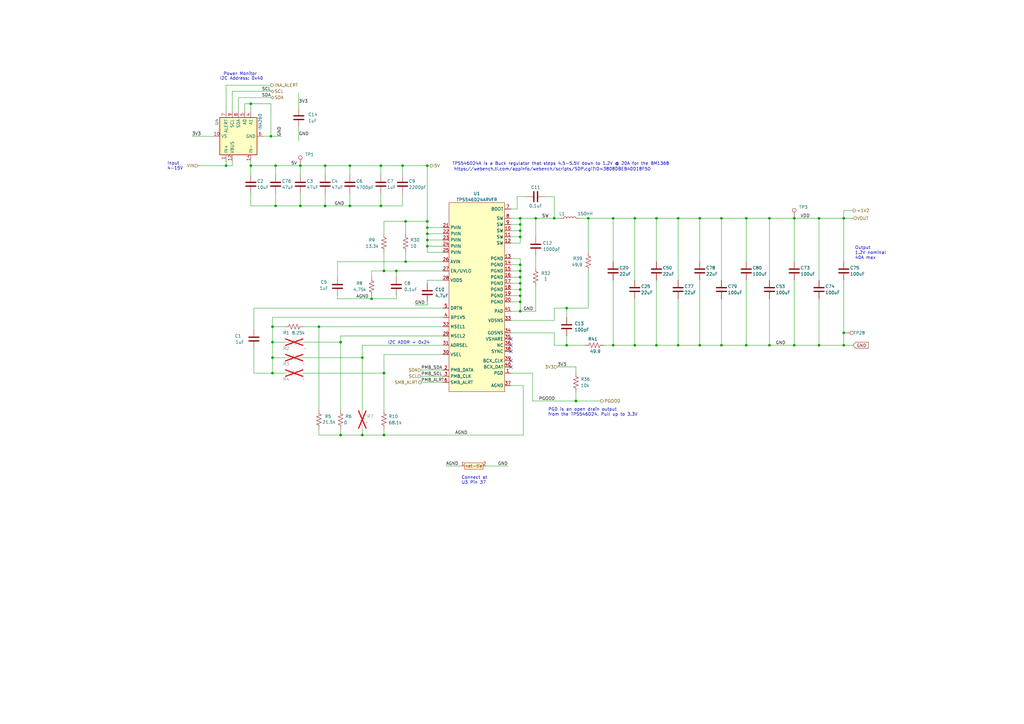
<source format=kicad_sch>
(kicad_sch (version 20231120) (generator "eeschema") (generator_version "8.0")
  (paper "A3")
  (title_block (title "BitForgeNano") (date "2024-06-21") (rev "1.0") (comment 1 "Licensed under CERN-OHL-W version 2"))
  (lib_symbols
    (symbol "BitForgeNano:C" (pin_numbers hide) (pin_names (offset 0.254))
      (property "Reference" "C" (at 0.635 2.54 0))
      (property "Value" "C" (at 0.635 -2.54 0))
      (symbol "C_0_1"
        (polyline (pts (xy -2.032 -0.762) (xy 2.032 -0.762)) (stroke (width 0.508)))
        (polyline (pts (xy -2.032 0.762) (xy 2.032 0.762)) (stroke (width 0.508)))
      )
      (symbol "C_1_1"
        (pin passive line (at 0 3.81 270) (length 2.794) (name "~") (number "1"))
        (pin passive line (at 0 -3.81 90) (length 2.794) (name "~") (number "2"))
      )
    )
    (symbol "BitForgeNano:INA260"
      (property "Reference" "U" (at -6.35 8.89 0))
      (property "Value" "INA260" (at 2.54 8.89 0))
      (symbol "INA260_0_1"
        (rectangle (start -7.62 7.62) (end 7.62 -7.62) (stroke (width 0.254)) (fill (type background)))
      )
      (symbol "INA260_1_1"
        (pin passive line (at -10.16 5.08 0) (length 2.54) (name "IN+") (number "1"))
        (pin power_in line (at 0 10.16 270) (length 2.54) (name "VS") (number "10"))
        (pin passive line (at 0 -10.16 90) (length 2.54) hide (name "GND") (number "11"))
        (pin passive line (at -10.16 2.54 0) (length 2.54) (name "VBUS") (number "12"))
        (pin no_connect line (at 2.54 -7.62 90) (length 2.54) hide (name "NC") (number "13"))
        (pin passive line (at -10.16 -5.08 0) (length 2.54) (name "IN-") (number "14"))
        (pin passive line (at -10.16 -5.08 0) (length 2.54) hide (name "IN-") (number "15"))
        (pin passive line (at -10.16 -5.08 0) (length 2.54) hide (name "IN-") (number "16"))
        (pin passive line (at -10.16 5.08 0) (length 2.54) hide (name "IN+") (number "2"))
        (pin passive line (at -10.16 5.08 0) (length 2.54) hide (name "IN+") (number "3"))
        (pin input line (at 10.16 -5.08 180) (length 2.54) (name "A1") (number "4"))
        (pin input line (at 10.16 -2.54 180) (length 2.54) (name "A0") (number "5"))
        (pin power_in line (at 0 -10.16 90) (length 2.54) (name "GND") (number "6"))
        (pin open_collector line (at 10.16 5.08 180) (length 2.54) (name "ALERT") (number "7"))
        (pin bidirectional line (at 10.16 0 180) (length 2.54) (name "SDA") (number "8"))
        (pin input line (at 10.16 2.54 180) (length 2.54) (name "SCL") (number "9"))
      )
    )
    (symbol "BitForgeNano:RT9080-33GJ5" (pin_names (offset 0.254))
      (property "Reference" "U2" (at 0 8.382 0))
      (property "Value" "RT9080-33GJ5" (at 0 5.842 0))
      (symbol "RT9080-33GJ5_1_1"
        (rectangle (start -6.35 3.81) (end 6.35 -5.08) (stroke (width 0.1524)) (fill (type background)))
        (pin power_in line (at -8.89 1.27 0) (length 2.54) (name "VIN") (number "1"))
        (pin power_in line (at 8.89 -3.81 180) (length 2.54) (name "GND") (number "2"))
        (pin input line (at -8.89 -1.27 0) (length 2.54) (name "EN") (number "3"))
        (pin power_in line (at 8.89 -1.27 180) (length 2.54) (name "NC") (number "4"))
        (pin output line (at 8.89 1.27 180) (length 2.54) (name "VOUT") (number "5"))
      )
    )
    (symbol "BitForgeNano:TestPoint" (pin_numbers hide) (pin_names (offset 0.762) hide)
      (property "Reference" "TP" (at 0 6.858 0))
      (property "Value" "TestPoint" (at 0 5.08 0))
      (symbol "TestPoint_0_1"
        (circle (center 0 3.302) (radius 0.762))
      )
      (symbol "TestPoint_1_1"
        (pin passive line (at 0 0 90) (length 2.54) (name "1") (number "1"))
      )
    )
    (symbol "Connector:TestPoint" (pin_numbers hide) (pin_names (offset 0.762) hide)
      (property "Reference" "TP" (at 0 6.858 0))
      (property "Value" "TestPoint" (at 0 5.08 0))
      (symbol "TestPoint_0_1"
        (circle (center 0 3.302) (radius 0.762))
      )
      (symbol "TestPoint_1_1"
        (pin passive line (at 0 0 90) (length 2.54) (name "1") (number "1"))
      )
    )
    (symbol "Device:C" (pin_numbers hide) (pin_names (offset 0.254))
      (property "Reference" "C" (at 0.635 2.54 0))
      (property "Value" "C" (at 0.635 -2.54 0))
      (symbol "C_0_1"
        (polyline (pts (xy -2.032 -0.762) (xy 2.032 -0.762)) (stroke (width 0.508)))
        (polyline (pts (xy -2.032 0.762) (xy 2.032 0.762)) (stroke (width 0.508)))
      )
      (symbol "C_1_1"
        (pin passive line (at 0 3.81 270) (length 2.794) (name "~") (number "1"))
        (pin passive line (at 0 -3.81 90) (length 2.794) (name "~") (number "2"))
      )
    )
    (symbol "Device:L" (pin_numbers hide) (pin_names (offset 1.016) hide)
      (property "Reference" "L" (at -1.27 0 90))
      (property "Value" "L" (at 1.905 0 90))
      (symbol "L_0_1"
        (arc (start 0 -2.54) (mid 0.6323 -1.905) (end 0 -1.27))
        (arc (start 0 -1.27) (mid 0.6323 -0.635) (end 0 0))
        (arc (start 0 0) (mid 0.6323 0.635) (end 0 1.27))
        (arc (start 0 1.27) (mid 0.6323 1.905) (end 0 2.54))
      )
      (symbol "L_1_1"
        (pin passive line (at 0 3.81 270) (length 1.27) (name "1") (number "1"))
        (pin passive line (at 0 -3.81 90) (length 1.27) (name "2") (number "2"))
      )
    )
    (symbol "Device:R_US" (pin_numbers hide) (pin_names (offset 0))
      (property "Reference" "R" (at 2.54 0 90))
      (property "Value" "R_US" (at -2.54 0 90))
      (symbol "R_US_0_1"
        (polyline (pts (xy 0 -2.286) (xy 0 -2.54)))
        (polyline (pts (xy 0 2.286) (xy 0 2.54)))
        (polyline (pts (xy 0 -0.762) (xy 1.016 -1.143) (xy 0 -1.524) (xy -1.016 -1.905) (xy 0 -2.286)))
        (polyline (pts (xy 0 0.762) (xy 1.016 0.381) (xy 0 0) (xy -1.016 -0.381) (xy 0 -0.762)))
        (polyline (pts (xy 0 2.286) (xy 1.016 1.905) (xy 0 1.524) (xy -1.016 1.143) (xy 0 0.762)))
      )
      (symbol "R_US_1_1"
        (pin passive line (at 0 3.81 270) (length 1.27) (name "~") (number "1"))
        (pin passive line (at 0 -3.81 90) (length 1.27) (name "~") (number "2"))
      )
    )
    (symbol "bitaxe:TPS546D24"
      (property "Reference" "U10" (at 0 45.72 0))
      (property "Value" "TPS546D24ARVFR" (at 0 43.18 0))
      (symbol "TPS546D24_0_1"
        (rectangle (start -11.43 41.91) (end 11.43 -35.56) (stroke (width 0.1524)) (fill (type background)))
      )
      (symbol "TPS546D24_1_1"
        (pin input line (at 13.97 -27.94 180) (length 2.54) (name "PGD") (number "1"))
        (pin power_in line (at 13.97 30.48 180) (length 2.54) (name "SW") (number "10"))
        (pin output line (at 13.97 27.94 180) (length 2.54) (name "SW") (number "11"))
        (pin power_out line (at 13.97 25.4 180) (length 2.54) (name "SW") (number "12"))
        (pin output line (at 13.97 19.05 180) (length 2.54) (name "PGND") (number "13"))
        (pin output line (at 13.97 16.51 180) (length 2.54) (name "PGND") (number "14"))
        (pin input line (at 13.97 13.97 180) (length 2.54) (name "PGND") (number "15"))
        (pin input line (at 13.97 11.43 180) (length 2.54) (name "PGND") (number "16"))
        (pin power_in line (at 13.97 8.89 180) (length 2.54) (name "PGND") (number "17"))
        (pin input line (at 13.97 6.35 180) (length 2.54) (name "PGND") (number "18"))
        (pin input line (at 13.97 3.81 180) (length 2.54) (name "PGND") (number "19"))
        (pin input line (at -13.97 -26.67 0) (length 2.54) (name "PMB_DATA") (number "2"))
        (pin power_in line (at 13.97 1.27 180) (length 2.54) (name "PGND") (number "20"))
        (pin input line (at -13.97 31.75 0) (length 2.54) (name "PVIN") (number "21"))
        (pin input line (at -13.97 29.21 0) (length 2.54) (name "PVIN") (number "22"))
        (pin input line (at -13.97 26.67 0) (length 2.54) (name "PVIN") (number "23"))
        (pin input line (at -13.97 24.13 0) (length 2.54) (name "PVIN") (number "24"))
        (pin input line (at -13.97 21.59 0) (length 2.54) (name "PVIN") (number "25"))
        (pin input line (at -13.97 17.78 0) (length 2.54) (name "AVIN") (number "26"))
        (pin input line (at -13.97 13.97 0) (length 2.54) (name "EN/UVLO") (number "27"))
        (pin output line (at -13.97 10.16 0) (length 2.54) (name "VDD5") (number "28"))
        (pin input line (at -13.97 -12.7 0) (length 2.54) (name "MSEL2") (number "29"))
        (pin input line (at -13.97 -29.21 0) (length 2.54) (name "PMB_CLK") (number "3"))
        (pin input line (at -13.97 -20.32 0) (length 2.54) (name "VSEL") (number "30"))
        (pin input line (at -13.97 -16.51 0) (length 2.54) (name "ADRSEL") (number "31"))
        (pin input line (at -13.97 -8.89 0) (length 2.54) (name "MSEL1") (number "32"))
        (pin output line (at 13.97 -6.35 180) (length 2.54) (name "VOSNS") (number "33"))
        (pin output line (at 13.97 -11.43 180) (length 2.54) (name "GOSNS") (number "34"))
        (pin input line (at 13.97 -13.97 180) (length 2.54) (name "VSHARE") (number "35"))
        (pin input line (at 13.97 -16.51 180) (length 2.54) (name "NC") (number "36"))
        (pin power_in line (at 13.97 -33.02 180) (length 2.54) (name "AGND") (number "37"))
        (pin input line (at 13.97 -19.05 180) (length 2.54) (name "SYNC") (number "38"))
        (pin input line (at 13.97 -22.86 180) (length 2.54) (name "BCX_CLK") (number "39"))
        (pin input line (at -13.97 -5.08 0) (length 2.54) (name "BP1V5") (number "4"))
        (pin input line (at 13.97 -25.4 180) (length 2.54) (name "BCX_DAT") (number "40"))
        (pin power_in line (at 13.97 -2.54 180) (length 2.54) (name "PAD") (number "41"))
        (pin input line (at -13.97 -1.27 0) (length 2.54) (name "DRTN") (number "5"))
        (pin input line (at -13.97 -31.75 0) (length 2.54) (name "SMB_ALRT") (number "6"))
        (pin input line (at 13.97 39.37 180) (length 2.54) (name "BOOT") (number "7"))
        (pin output line (at 13.97 35.56 180) (length 2.54) (name "SW") (number "8"))
        (pin power_in line (at 13.97 33.02 180) (length 2.54) (name "SW") (number "9"))
      )
    )
    (symbol "bitaxe:net-tie"
      (symbol "net-tie_0_1"
        (rectangle (start -3.81 1.27) (end 3.81 -1.27) (stroke (width 0.1524)) (fill (type background)))
      )
      (symbol "net-tie_1_0"
        (pin bidirectional line (at -5.08 0 0) (length 1.27) (name "") (number "1"))
        (pin bidirectional line (at 5.08 0 180) (length 1.27) (name "") (number "2"))
      )
      (symbol "net-tie_1_1"
        (text "net-tie" (at 0 0 0) (effects (font (size 1.27 1.27))))
      )
    )
  )
  (junction (at 335.915 141.605))
  (junction (at 213.36 121.285))
  (junction (at 269.24 141.605))
  (junction (at 157.48 111.125))
  (junction (at 111.76 153.035))
  (junction (at 241.3 89.535))
  (junction (at 143.51 84.455))
  (junction (at 184.785 342.9))
  (junction (at 306.07 89.535))
  (junction (at 157.48 153.035))
  (junction (at 123.19 67.945))
  (junction (at 346.075 141.605))
  (junction (at 213.36 92.075))
  (junction (at 102.87 42.545))
  (junction (at 191.135 330.2))
  (junction (at 133.35 84.455))
  (junction (at 175.26 93.345))
  (junction (at 325.755 89.535))
  (junction (at 148.59 146.685))
  (junction (at 162.56 111.125))
  (junction (at 139.7 178.435))
  (junction (at 92.71 67.945))
  (junction (at 251.46 141.605))
  (junction (at 111.76 146.685))
  (junction (at 213.36 116.205))
  (junction (at 213.36 89.535))
  (junction (at 165.1 67.945))
  (junction (at 113.03 67.945))
  (junction (at 278.13 141.605))
  (junction (at 133.35 67.945))
  (junction (at 152.4 122.555))
  (junction (at 113.03 84.455))
  (junction (at 287.02 89.535))
  (junction (at 213.36 97.155))
  (junction (at 213.36 118.745))
  (junction (at 139.7 140.335))
  (junction (at 213.36 127.635))
  (junction (at 278.13 89.535))
  (junction (at 315.595 89.535))
  (junction (at 175.26 95.885))
  (junction (at 346.075 89.535))
  (junction (at 213.36 111.125))
  (junction (at 166.37 90.805))
  (junction (at 166.37 107.315))
  (junction (at 325.755 141.605))
  (junction (at 175.26 67.945))
  (junction (at 232.41 126.365))
  (junction (at 295.91 89.535))
  (junction (at 161.925 330.2))
  (junction (at 175.26 98.425))
  (junction (at 123.19 84.455))
  (junction (at 148.59 178.435))
  (junction (at 251.46 89.535))
  (junction (at 156.21 67.945))
  (junction (at 232.41 141.605))
  (junction (at 346.075 136.525))
  (junction (at 295.91 141.605))
  (junction (at 157.48 178.435))
  (junction (at 213.36 123.825))
  (junction (at 219.71 89.535))
  (junction (at 213.36 94.615))
  (junction (at 269.24 89.535))
  (junction (at 111.76 140.335))
  (junction (at 315.595 141.605))
  (junction (at 213.36 113.665))
  (junction (at 260.35 89.535))
  (junction (at 175.26 100.965))
  (junction (at 111.125 55.88))
  (junction (at 213.36 108.585))
  (junction (at 227.33 89.535))
  (junction (at 130.81 133.985))
  (junction (at 156.21 84.455))
  (junction (at 175.26 90.805))
  (junction (at 102.87 67.945))
  (junction (at 111.76 133.985))
  (junction (at 287.02 141.605))
  (junction (at 306.07 141.605))
  (junction (at 143.51 67.945))
  (junction (at 335.915 89.535))
  (junction (at 260.35 141.605))
  (junction (at 236.22 164.465))
  (no_connect (at 182.245 332.74))
  (no_connect (at 209.55 147.955))
  (no_connect (at 209.55 141.605))
  (no_connect (at 209.55 139.065))
  (no_connect (at 209.55 144.145))
  (no_connect (at 209.55 150.495))
  (wire (pts (xy 287.02 114.935) (xy 287.02 141.605)))
  (wire (pts (xy 130.81 175.895) (xy 130.81 178.435)))
  (wire (pts (xy 182.245 335.28) (xy 184.785 335.28)))
  (wire (pts (xy 232.41 126.365) (xy 241.3 126.365)))
  (wire (pts (xy 100.33 45.72) (xy 100.33 42.545)))
  (wire (pts (xy 148.59 175.895) (xy 148.59 178.435)))
  (wire (pts (xy 130.81 133.985) (xy 130.81 168.275)))
  (wire (pts (xy 278.13 89.535) (xy 287.02 89.535)))
  (wire (pts (xy 237.49 89.535) (xy 241.3 89.535)))
  (wire (pts (xy 153.035 330.2) (xy 161.925 330.2)))
  (wire (pts (xy 166.37 90.805) (xy 175.26 90.805)))
  (wire (pts (xy 213.36 121.285) (xy 213.36 123.825)))
  (wire (pts (xy 92.71 67.945) (xy 95.25 67.945)))
  (wire (pts (xy 166.37 103.505) (xy 166.37 107.315)))
  (wire (pts (xy 213.36 97.155) (xy 213.36 94.615)))
  (wire (pts (xy 139.7 178.435) (xy 148.59 178.435)))
  (wire (pts (xy 166.37 95.885) (xy 166.37 90.805)))
  (wire (pts (xy 260.35 89.535) (xy 260.35 114.935)))
  (wire (pts (xy 138.43 122.555) (xy 152.4 122.555)))
  (wire (pts (xy 153.035 330.2) (xy 153.035 332.74)))
  (wire (pts (xy 219.71 117.475) (xy 219.71 127.635)))
  (wire (pts (xy 113.03 84.455) (xy 123.19 84.455)))
  (wire (pts (xy 346.075 86.36) (xy 346.075 89.535)))
  (wire (pts (xy 124.46 146.685) (xy 148.59 146.685)))
  (wire (pts (xy 175.26 114.935) (xy 181.61 114.935)))
  (wire (pts (xy 104.14 126.365) (xy 181.61 126.365)))
  (wire (pts (xy 157.48 153.035) (xy 157.48 168.275)))
  (wire (pts (xy 209.55 111.125) (xy 213.36 111.125)))
  (wire (pts (xy 113.03 79.375) (xy 113.03 84.455)))
  (wire (pts (xy 182.88 191.135) (xy 189.23 191.135)))
  (wire (pts (xy 227.33 141.605) (xy 232.41 141.605)))
  (wire (pts (xy 162.56 121.285) (xy 162.56 122.555)))
  (wire (pts (xy 157.48 111.125) (xy 162.56 111.125)))
  (wire (pts (xy 269.24 89.535) (xy 269.24 107.315)))
  (wire (pts (xy 209.55 116.205) (xy 213.36 116.205)))
  (wire (pts (xy 209.55 158.115) (xy 214.63 158.115)))
  (wire (pts (xy 175.26 67.945) (xy 176.53 67.945)))
  (wire (pts (xy 295.91 122.555) (xy 295.91 141.605)))
  (wire (pts (xy 148.59 141.605) (xy 181.61 141.605)))
  (wire (pts (xy 111.76 153.035) (xy 116.84 153.035)))
  (wire (pts (xy 218.44 164.465) (xy 236.22 164.465)))
  (wire (pts (xy 346.075 89.535) (xy 346.075 107.315)))
  (wire (pts (xy 251.46 89.535) (xy 251.46 107.315)))
  (wire (pts (xy 315.595 89.535) (xy 325.755 89.535)))
  (wire (pts (xy 170.18 125.095) (xy 175.26 125.095)))
  (wire (pts (xy 113.03 67.945) (xy 113.03 71.755)))
  (wire (pts (xy 172.72 154.305) (xy 181.61 154.305)))
  (wire (pts (xy 219.71 127.635) (xy 213.36 127.635)))
  (wire (pts (xy 148.59 178.435) (xy 157.48 178.435)))
  (wire (pts (xy 157.48 111.125) (xy 152.4 111.125)))
  (wire (pts (xy 175.26 98.425) (xy 181.61 98.425)))
  (wire (pts (xy 156.21 79.375) (xy 156.21 84.455)))
  (wire (pts (xy 251.46 89.535) (xy 260.35 89.535)))
  (wire (pts (xy 175.26 100.965) (xy 181.61 100.965)))
  (wire (pts (xy 325.755 107.315) (xy 325.755 89.535)))
  (wire (pts (xy 133.35 67.945) (xy 133.35 71.755)))
  (wire (pts (xy 209.55 106.045) (xy 213.36 106.045)))
  (wire (pts (xy 153.035 342.9) (xy 153.035 340.36)))
  (wire (pts (xy 138.43 107.315) (xy 166.37 107.315)))
  (wire (pts (xy 236.22 164.465) (xy 246.38 164.465)))
  (wire (pts (xy 156.21 67.945) (xy 156.21 71.755)))
  (wire (pts (xy 346.075 136.525) (xy 346.075 141.605)))
  (wire (pts (xy 175.26 123.825) (xy 175.26 125.095)))
  (wire (pts (xy 102.87 67.945) (xy 113.03 67.945)))
  (wire (pts (xy 213.36 106.045) (xy 213.36 108.585)))
  (wire (pts (xy 95.25 37.465) (xy 111.125 37.465)))
  (wire (pts (xy 139.7 175.895) (xy 139.7 178.435)))
  (wire (pts (xy 315.595 89.535) (xy 315.595 114.935)))
  (wire (pts (xy 335.915 89.535) (xy 346.075 89.535)))
  (wire (pts (xy 227.33 131.445) (xy 227.33 126.365)))
  (wire (pts (xy 143.51 79.375) (xy 143.51 84.455)))
  (wire (pts (xy 95.25 66.04) (xy 95.25 67.945)))
  (wire (pts (xy 156.21 67.945) (xy 165.1 67.945)))
  (wire (pts (xy 209.55 99.695) (xy 213.36 99.695)))
  (wire (pts (xy 278.13 122.555) (xy 278.13 141.605)))
  (wire (pts (xy 306.07 114.935) (xy 306.07 141.605)))
  (wire (pts (xy 181.61 103.505) (xy 175.26 103.505)))
  (wire (pts (xy 133.35 84.455) (xy 143.51 84.455)))
  (wire (pts (xy 130.81 178.435) (xy 139.7 178.435)))
  (wire (pts (xy 102.87 66.04) (xy 102.87 67.945)))
  (wire (pts (xy 111.76 140.335) (xy 111.76 146.685)))
  (wire (pts (xy 111.76 130.175) (xy 111.76 133.985)))
  (wire (pts (xy 130.81 133.985) (xy 181.61 133.985)))
  (wire (pts (xy 138.43 121.285) (xy 138.43 122.555)))
  (wire (pts (xy 218.44 153.035) (xy 218.44 164.465)))
  (wire (pts (xy 241.3 89.535) (xy 241.3 103.505)))
  (wire (pts (xy 175.26 95.885) (xy 175.26 98.425)))
  (wire (pts (xy 260.35 141.605) (xy 269.24 141.605)))
  (wire (pts (xy 175.26 67.945) (xy 175.26 90.805)))
  (wire (pts (xy 212.09 85.725) (xy 212.09 80.645)))
  (wire (pts (xy 148.59 141.605) (xy 148.59 146.685)))
  (wire (pts (xy 133.35 67.945) (xy 143.51 67.945)))
  (wire (pts (xy 325.755 89.535) (xy 335.915 89.535)))
  (wire (pts (xy 157.48 175.895) (xy 157.48 178.435)))
  (wire (pts (xy 161.925 330.2) (xy 164.465 330.2)))
  (wire (pts (xy 213.36 111.125) (xy 213.36 113.665)))
  (wire (pts (xy 209.55 108.585) (xy 213.36 108.585)))
  (wire (pts (xy 213.36 99.695) (xy 213.36 97.155)))
  (wire (pts (xy 213.36 116.205) (xy 213.36 118.745)))
  (wire (pts (xy 227.33 126.365) (xy 232.41 126.365)))
  (wire (pts (xy 175.26 95.885) (xy 181.61 95.885)))
  (wire (pts (xy 269.24 141.605) (xy 278.13 141.605)))
  (wire (pts (xy 251.46 141.605) (xy 260.35 141.605)))
  (wire (pts (xy 143.51 84.455) (xy 156.21 84.455)))
  (wire (pts (xy 213.36 94.615) (xy 213.36 92.075)))
  (wire (pts (xy 251.46 114.935) (xy 251.46 141.605)))
  (wire (pts (xy 236.22 160.655) (xy 236.22 164.465)))
  (wire (pts (xy 213.36 123.825) (xy 209.55 123.825)))
  (wire (pts (xy 306.07 89.535) (xy 315.595 89.535)))
  (wire (pts (xy 287.02 141.605) (xy 295.91 141.605)))
  (wire (pts (xy 199.39 191.135) (xy 208.28 191.135)))
  (wire (pts (xy 143.51 67.945) (xy 143.51 71.755)))
  (wire (pts (xy 92.71 45.72) (xy 92.71 34.925)))
  (wire (pts (xy 181.61 130.175) (xy 111.76 130.175)))
  (wire (pts (xy 111.76 133.985) (xy 116.84 133.985)))
  (wire (pts (xy 175.26 93.345) (xy 181.61 93.345)))
  (wire (pts (xy 315.595 141.605) (xy 325.755 141.605)))
  (wire (pts (xy 107.95 55.88) (xy 111.125 55.88)))
  (wire (pts (xy 209.55 118.745) (xy 213.36 118.745)))
  (wire (pts (xy 346.075 114.935) (xy 346.075 136.525)))
  (wire (pts (xy 123.19 79.375) (xy 123.19 84.455)))
  (wire (pts (xy 156.21 84.455) (xy 165.1 84.455)))
  (wire (pts (xy 111.76 146.685) (xy 116.84 146.685)))
  (wire (pts (xy 152.4 121.285) (xy 152.4 122.555)))
  (wire (pts (xy 81.28 67.945) (xy 92.71 67.945)))
  (wire (pts (xy 175.26 90.805) (xy 175.26 93.345)))
  (wire (pts (xy 148.59 146.685) (xy 148.59 168.275)))
  (wire (pts (xy 175.26 98.425) (xy 175.26 100.965)))
  (wire (pts (xy 104.14 153.035) (xy 111.76 153.035)))
  (wire (pts (xy 227.33 136.525) (xy 227.33 141.605)))
  (wire (pts (xy 92.71 66.04) (xy 92.71 67.945)))
  (wire (pts (xy 157.48 103.505) (xy 157.48 111.125)))
  (wire (pts (xy 102.87 71.755) (xy 102.87 67.945)))
  (wire (pts (xy 166.37 107.315) (xy 181.61 107.315)))
  (wire (pts (xy 306.07 107.315) (xy 306.07 89.535)))
  (wire (pts (xy 278.13 141.605) (xy 287.02 141.605)))
  (wire (pts (xy 191.135 330.2) (xy 200.025 330.2)))
  (wire (pts (xy 157.48 95.885) (xy 157.48 90.805)))
  (wire (pts (xy 260.35 122.555) (xy 260.35 141.605)))
  (wire (pts (xy 172.72 151.765) (xy 181.61 151.765)))
  (wire (pts (xy 164.465 332.74) (xy 161.925 332.74)))
  (wire (pts (xy 295.91 141.605) (xy 306.07 141.605)))
  (wire (pts (xy 139.7 137.795) (xy 181.61 137.795)))
  (wire (pts (xy 111.125 42.545) (xy 111.125 55.88)))
  (wire (pts (xy 209.55 121.285) (xy 213.36 121.285)))
  (wire (pts (xy 143.51 67.945) (xy 156.21 67.945)))
  (wire (pts (xy 122.555 52.07) (xy 122.555 57.785)))
  (wire (pts (xy 182.245 330.2) (xy 191.135 330.2)))
  (wire (pts (xy 157.48 145.415) (xy 157.48 153.035)))
  (wire (pts (xy 122.555 38.1) (xy 122.555 44.45)))
  (wire (pts (xy 335.915 141.605) (xy 346.075 141.605)))
  (wire (pts (xy 157.48 178.435) (xy 214.63 178.435)))
  (wire (pts (xy 213.36 123.825) (xy 213.36 127.635)))
  (wire (pts (xy 124.46 133.985) (xy 130.81 133.985)))
  (wire (pts (xy 133.35 79.375) (xy 133.35 84.455)))
  (wire (pts (xy 209.55 153.035) (xy 218.44 153.035)))
  (wire (pts (xy 209.55 113.665) (xy 213.36 113.665)))
  (wire (pts (xy 102.87 42.545) (xy 111.125 42.545)))
  (wire (pts (xy 209.55 94.615) (xy 213.36 94.615)))
  (wire (pts (xy 138.43 113.665) (xy 138.43 107.315)))
  (wire (pts (xy 162.56 111.125) (xy 181.61 111.125)))
  (wire (pts (xy 161.925 332.74) (xy 161.925 330.2)))
  (wire (pts (xy 139.7 140.335) (xy 139.7 168.275)))
  (wire (pts (xy 236.22 153.035) (xy 236.22 150.495)))
  (wire (pts (xy 102.87 45.72) (xy 102.87 42.545)))
  (wire (pts (xy 223.52 80.645) (xy 227.33 80.645)))
  (wire (pts (xy 241.3 111.125) (xy 241.3 126.365)))
  (wire (pts (xy 214.63 158.115) (xy 214.63 178.435)))
  (wire (pts (xy 97.79 45.72) (xy 97.79 40.005)))
  (wire (pts (xy 78.74 55.88) (xy 87.63 55.88)))
  (wire (pts (xy 153.035 342.9) (xy 184.785 342.9)))
  (wire (pts (xy 219.71 109.855) (xy 219.71 104.775)))
  (wire (pts (xy 102.87 84.455) (xy 113.03 84.455)))
  (wire (pts (xy 213.36 89.535) (xy 209.55 89.535)))
  (wire (pts (xy 139.7 137.795) (xy 139.7 140.335)))
  (wire (pts (xy 325.755 141.605) (xy 335.915 141.605)))
  (wire (pts (xy 346.075 89.535) (xy 349.885 89.535)))
  (wire (pts (xy 247.65 141.605) (xy 251.46 141.605)))
  (wire (pts (xy 172.72 156.845) (xy 181.61 156.845)))
  (wire (pts (xy 152.4 111.125) (xy 152.4 113.665)))
  (wire (pts (xy 184.785 335.28) (xy 184.785 342.9)))
  (wire (pts (xy 213.36 118.745) (xy 213.36 121.285)))
  (wire (pts (xy 228.6 150.495) (xy 236.22 150.495)))
  (wire (pts (xy 175.26 100.965) (xy 175.26 103.505)))
  (wire (pts (xy 278.13 89.535) (xy 278.13 114.935)))
  (wire (pts (xy 219.71 89.535) (xy 227.33 89.535)))
  (wire (pts (xy 111.76 140.335) (xy 116.84 140.335)))
  (wire (pts (xy 184.785 342.9) (xy 191.135 342.9)))
  (wire (pts (xy 232.41 141.605) (xy 240.03 141.605)))
  (wire (pts (xy 209.55 97.155) (xy 213.36 97.155)))
  (wire (pts (xy 232.41 137.795) (xy 232.41 141.605)))
  (wire (pts (xy 124.46 140.335) (xy 139.7 140.335)))
  (wire (pts (xy 306.07 141.605) (xy 315.595 141.605)))
  (wire (pts (xy 111.76 146.685) (xy 111.76 153.035)))
  (wire (pts (xy 95.25 45.72) (xy 95.25 37.465)))
  (wire (pts (xy 104.14 135.255) (xy 104.14 126.365)))
  (wire (pts (xy 209.55 127.635) (xy 213.36 127.635)))
  (wire (pts (xy 346.075 141.605) (xy 349.885 141.605)))
  (wire (pts (xy 175.26 116.205) (xy 175.26 114.935)))
  (wire (pts (xy 113.03 67.945) (xy 123.19 67.945)))
  (wire (pts (xy 209.55 85.725) (xy 212.09 85.725)))
  (wire (pts (xy 241.3 89.535) (xy 251.46 89.535)))
  (wire (pts (xy 191.135 330.2) (xy 191.135 332.74)))
  (wire (pts (xy 295.91 89.535) (xy 306.07 89.535)))
  (wire (pts (xy 92.71 34.925) (xy 111.125 34.925)))
  (wire (pts (xy 157.48 90.805) (xy 166.37 90.805)))
  (wire (pts (xy 209.55 136.525) (xy 227.33 136.525)))
  (wire (pts (xy 152.4 122.555) (xy 162.56 122.555)))
  (wire (pts (xy 269.24 114.935) (xy 269.24 141.605)))
  (wire (pts (xy 295.91 89.535) (xy 295.91 114.935)))
  (wire (pts (xy 315.595 122.555) (xy 315.595 141.605)))
  (wire (pts (xy 213.36 89.535) (xy 219.71 89.535)))
  (wire (pts (xy 165.1 84.455) (xy 165.1 79.375)))
  (wire (pts (xy 260.35 89.535) (xy 269.24 89.535)))
  (wire (pts (xy 213.36 113.665) (xy 213.36 116.205)))
  (wire (pts (xy 349.885 86.36) (xy 346.075 86.36)))
  (wire (pts (xy 100.33 42.545) (xy 102.87 42.545)))
  (wire (pts (xy 191.135 340.36) (xy 191.135 342.9)))
  (wire (pts (xy 219.71 97.155) (xy 219.71 89.535)))
  (wire (pts (xy 227.33 89.535) (xy 229.87 89.535)))
  (wire (pts (xy 287.02 89.535) (xy 287.02 107.315)))
  (wire (pts (xy 325.755 114.935) (xy 325.755 141.605)))
  (wire (pts (xy 269.24 89.535) (xy 278.13 89.535)))
  (wire (pts (xy 209.55 131.445) (xy 227.33 131.445)))
  (wire (pts (xy 111.76 133.985) (xy 111.76 140.335)))
  (wire (pts (xy 335.915 89.535) (xy 335.915 114.935)))
  (wire (pts (xy 97.79 40.005) (xy 111.125 40.005)))
  (wire (pts (xy 227.33 80.645) (xy 227.33 89.535)))
  (wire (pts (xy 287.02 89.535) (xy 295.91 89.535)))
  (wire (pts (xy 232.41 126.365) (xy 232.41 130.175)))
  (wire (pts (xy 102.87 79.375) (xy 102.87 84.455)))
  (wire (pts (xy 209.55 92.075) (xy 213.36 92.075)))
  (wire (pts (xy 212.09 80.645) (xy 215.9 80.645)))
  (wire (pts (xy 123.19 67.945) (xy 123.19 71.755)))
  (wire (pts (xy 104.14 142.875) (xy 104.14 153.035)))
  (wire (pts (xy 162.56 113.665) (xy 162.56 111.125)))
  (wire (pts (xy 111.125 55.88) (xy 115.57 55.88)))
  (wire (pts (xy 175.26 93.345) (xy 175.26 95.885)))
  (wire (pts (xy 123.19 67.945) (xy 133.35 67.945)))
  (wire (pts (xy 165.1 67.945) (xy 165.1 71.755)))
  (wire (pts (xy 175.26 67.945) (xy 165.1 67.945)))
  (wire (pts (xy 335.915 122.555) (xy 335.915 141.605)))
  (wire (pts (xy 157.48 145.415) (xy 181.61 145.415)))
  (wire (pts (xy 213.36 92.075) (xy 213.36 89.535)))
  (wire (pts (xy 213.36 108.585) (xy 213.36 111.125)))
  (wire (pts (xy 123.19 84.455) (xy 133.35 84.455)))
  (wire (pts (xy 124.46 153.035) (xy 157.48 153.035)))
  (text "3V3 LDO" (at 163.195 346.71 0) (effects (font (size 1.27 1.27)) (justify left bottom)))
  (text "TPS546D24A is a Buck regulator that steps 4.5-5.5V down to 1.2V @ 20A for the BM1368" (at 185.42 67.945 0) (effects (font (size 1.27 1.27)) (justify left bottom)))
  (text "PGD is an open drain output\nfrom the TPS546D24. Pull up to 3.3V" (at 224.79 170.815 0) (effects (font (size 1.27 1.27)) (justify left bottom)))
  (text "Output \n1.2V nominal\n40A max" (at 350.647 106.553 0) (effects (font (size 1.27 1.27)) (justify left bottom)))
  (text "https://webench.ti.com/appinfo/webench/scripts/SDP.cgi?ID=3808DBEB40D18F5D" (at 226.568 69.469 0) (effects (font (size 1.27 1.27))))
  (text "I2C ADDR = 0x24" (at 159.004 141.351 0) (effects (font (size 1.27 1.27)) (justify left bottom)))
  (text "Connect at\nU3 Pin 37" (at 189.23 198.755 0) (effects (font (size 1.27 1.27)) (justify left bottom)))
  (text "600 mA max" (at 201.295 334.01 0) (effects (font (size 1.27 1.27)) (justify left bottom)))
  (text "I2C Address: 0x40" (at 107.95 33.02 0) (effects (font (size 1.27 1.27)) (justify right bottom)))
  (text "Power Monitor" (at 105.41 31.115 0) (effects (font (size 1.27 1.27)) (justify right bottom)))
  (text "Input \n4-15V" (at 68.58 69.85 0) (effects (font (size 1.27 1.27)) (justify left bottom)))
  (label "GND" (at 208.28 191.135 180))
  (label "5V" (at 155.575 330.2 0))
  (label "AGND" (at 182.88 191.135 0))
  (label "SW" (at 222.25 89.535 0))
  (label "PMB_ALRT" (at 172.72 156.845 0))
  (label "PMB_SDA" (at 172.72 151.765 0))
  (label "GND" (at 170.18 125.095 0))
  (label "GND" (at 115.57 55.88 90))
  (label "SCL" (at 111.125 37.465 180))
  (label "AGND" (at 146.05 122.555 0))
  (label "3V3" (at 122.555 42.545 0))
  (label "GND" (at 214.63 127.635 0))
  (label "VDD" (at 328.295 89.535 0))
  (label "PGOOD" (at 220.98 164.465 0))
  (label "5V" (at 119.38 67.945 0))
  (label "GND" (at 122.555 55.88 0))
  (label "GND" (at 137.16 84.455 0))
  (label "AGND" (at 191.77 178.435 180))
  (label "GND" (at 318.135 141.605 0))
  (label "3V3" (at 78.74 55.88 0))
  (label "3V3" (at 228.6 150.495 0))
  (label "SDA" (at 111.125 40.005 180))
  (label "PMB_SCL" (at 172.72 154.305 0))
  (label "3V3" (at 184.785 330.2 0))
  (label "GND" (at 170.815 342.9 0))
  (global_label "GND" (shape input) (at 349.885 141.605 0) (property "Intersheetrefs" "${INTERSHEET_REFS}" (effects (hide yes))))
  (hierarchical_label "SDA" (shape bidirectional) (at 111.125 40.005 0))
  (hierarchical_label "SDA" (shape input) (at 172.72 151.765 180))
  (hierarchical_label "+1V2" (shape output) (at 349.885 86.36 0))
  (hierarchical_label "SMB_ALRT" (shape output) (at 172.72 156.845 180))
  (hierarchical_label "VOUT" (shape input) (at 349.885 89.535 0))
  (hierarchical_label "SCL" (shape input) (at 172.72 154.305 180))
  (hierarchical_label "5V" (shape output) (at 176.53 67.945 0))
  (hierarchical_label "PGOOD" (shape output) (at 246.38 164.465 0))
  (hierarchical_label "INA_ALERT" (shape output) (at 111.125 34.925 0))
  (hierarchical_label "VIN" (shape input) (at 81.28 67.945 180))
  (hierarchical_label "SCL" (shape bidirectional) (at 111.125 37.465 0))
  (hierarchical_label "3V3" (shape output) (at 200.025 330.2 0))
  (hierarchical_label "3V3" (shape input) (at 228.6 150.495 180))
  (symbol (lib_id "BitForgeNano:C") (at 191.135 336.55 0) (unit 1)
    (property "Reference" "C57" (at 192.405 334.645 0) (effects (justify left bottom)))
    (property "Value" "1uF" (at 192.405 339.725 0) (effects (justify left bottom)))
    (property "Footprint" "BitForgeNano:C_0402_1005Metric" (effects (hide yes)))
    (property "Description" "EMK105BJ105MV-F" (effects (hide yes)))
    (property "DK" "587-5514-1-ND" (effects (hide yes)))
    (property "PARTNO" "EMK105BJ105MV-F" (effects (hide yes)))
  )
  (symbol (lib_id "BitForgeNano:TestPoint") (at 325.755 89.535 0) (unit 1)
    (property "Reference" "TP3" (at 327.66 84.9629 0) (effects (justify left)))
    (property "Value" "TestPoint" (effects (hide yes)))
    (property "Footprint" "BitForgeNano:TestPoint_Pad_D1.0mm" (effects (hide yes)))
    (property "Description" "test point" (effects (hide yes)))
  )
  (symbol (lib_id "BitForgeNano:C") (at 153.035 336.55 0) (unit 1)
    (property "Reference" "C56" (at 154.305 334.645 0) (effects (justify left bottom)))
    (property "Value" "1uF" (at 154.305 339.725 0) (effects (justify left bottom)))
    (property "Footprint" "BitForgeNano:C_0402_1005Metric" (effects (hide yes)))
    (property "Description" "EMK105BJ105MV-F" (effects (hide yes)))
    (property "DK" "587-5514-1-ND" (effects (hide yes)))
    (property "PARTNO" "EMK105BJ105MV-F" (effects (hide yes)))
  )
  (symbol (lib_id "Device:R_US") (at 157.48 172.085 0) (unit 1)
    (property "Reference" "R10" (at 159.385 170.815 0) (effects (justify left)))
    (property "Value" "68.1k" (at 159.385 173.355 0) (effects (justify left)))
    (property "Footprint" "Resistor_SMD:R_0402_1005Metric" (effects (hide yes)))
    (property "DK" "YAG3213CT-ND" (effects (hide yes)))
    (property "PARTNO" "RC0402FR-0768K1L" (effects (hide yes)))
  )
  (symbol (lib_id "Device:C") (at 260.35 118.745 0) (unit 1)
    (property "Reference" "C25" (at 262.89 117.475 0) (effects (justify left)))
    (property "Value" "22uF" (at 262.89 120.015 0) (effects (justify left)))
    (property "Footprint" "Capacitor_SMD:C_0805_2012Metric" (effects (hide yes)))
    (property "DK" "490-10746-1-ND" (effects (hide yes)))
    (property "PARTNO" "GRM21BR61A226ME44L" (effects (hide yes)))
  )
  (symbol (lib_id "Device:C") (at 219.71 100.965 180) (unit 1)
    (property "Reference" "C12" (at 224.536 99.695 0))
    (property "Value" "1000pF" (at 226.314 102.235 0))
    (property "Footprint" "Capacitor_SMD:C_0805_2012Metric" (effects (hide yes)))
    (property "DK" "311-1127-1-ND" (effects (hide yes)))
    (property "PARTNO" "CC0805KRX7R9BB102" (effects (hide yes)))
  )
  (symbol (lib_id "Device:R_US") (at 152.4 117.475 0) (unit 1)
    (property "Reference" "R8" (at 146.05 116.205 0) (effects (justify left)))
    (property "Value" "4.75k" (at 144.78 118.745 0) (effects (justify left)))
    (property "Footprint" "Resistor_SMD:R_0402_1005Metric" (effects (hide yes)))
    (property "DK" "541-4.75KLCT-ND" (effects (hide yes)))
    (property "PARTNO" "CRCW04024K75FKED" (effects (hide yes)))
  )
  (symbol (lib_id "Device:R_US") (at 120.65 146.685 90) (unit 1) (in_bom no) (dnp yes)
    (property "Reference" "R3" (at 118.745 149.225 90) (effects (justify left)))
    (property "Value" "~" (at 125.095 149.225 90) (effects (justify left)))
    (property "Footprint" "Resistor_SMD:R_0402_1005Metric" (effects (hide yes)))
  )
  (symbol (lib_id "Device:C") (at 143.51 75.565 0) (unit 1)
    (property "Reference" "C6" (at 146.05 74.295 0) (effects (justify left)))
    (property "Value" "4700pF" (at 146.05 76.835 0) (effects (justify left)))
    (property "Footprint" "Capacitor_SMD:C_0402_1005Metric" (effects (hide yes)))
    (property "DK" "490-1309-1-ND" (effects (hide yes)))
    (property "PARTNO" "GRM155R71E472KA01D" (effects (hide yes)))
  )
  (symbol (lib_id "Device:R_US") (at 139.7 172.085 0) (unit 1)
    (property "Reference" "R6" (at 141.605 170.815 0) (effects (justify left)))
    (property "Value" "0" (at 140.97 173.355 0) (effects (justify left)))
    (property "Footprint" "Resistor_SMD:R_0402_1005Metric" (effects (hide yes)))
    (property "DK" "311-0.0JRCT-ND" (effects (hide yes)))
    (property "PARTNO" "RC0402JR-070RL" (effects (hide yes)))
  )
  (symbol (lib_id "bitaxe:net-tie") (at 194.31 191.135 0) (unit 1) (in_bom no)
    (property "Reference" "T1" (effects (hide yes)))
    (property "Value" "net-tie" (effects (hide yes)))
    (property "Footprint" "bitaxe:NetTie-0.25mm" (effects (hide yes)))
  )
  (symbol (lib_id "Device:R_US") (at 157.48 99.695 0) (unit 1)
    (property "Reference" "R9" (at 151.13 98.425 0) (effects (justify left)))
    (property "Value" "13.3k" (at 149.86 100.965 0) (effects (justify left)))
    (property "Footprint" "Resistor_SMD:R_0402_1005Metric" (effects (hide yes)))
    (property "DK" "541-13.3KLCT-ND" (effects (hide yes)))
    (property "PARTNO" "CRCW040213K3FKED" (effects (hide yes)))
  )
  (symbol (lib_id "Device:C") (at 251.46 111.125 0) (unit 1)
    (property "Reference" "C20" (at 254 109.855 0) (effects (justify left)))
    (property "Value" "22uF" (at 254 112.395 0) (effects (justify left)))
    (property "Footprint" "Capacitor_SMD:C_0805_2012Metric" (effects (hide yes)))
    (property "DK" "490-10746-1-ND" (effects (hide yes)))
    (property "PARTNO" "GRM21BR61A226ME44L" (effects (hide yes)))
  )
  (symbol (lib_id "Device:C") (at 165.1 75.565 0) (unit 1)
    (property "Reference" "C9" (at 167.64 74.295 0) (effects (justify left)))
    (property "Value" "2200pF" (at 167.64 76.835 0) (effects (justify left)))
    (property "Footprint" "Capacitor_SMD:C_0402_1005Metric" (effects (hide yes)))
    (property "DK" "490-8257-1-ND" (effects (hide yes)))
    (property "PARTNO" "GRM155R61H222KA01D" (effects (hide yes)))
  )
  (symbol (lib_id "Device:C") (at 335.915 118.745 0) (unit 1)
    (property "Reference" "C74" (at 338.455 117.475 0) (effects (justify left)))
    (property "Value" "100uF" (at 338.455 120.015 0) (effects (justify left)))
    (property "Footprint" "Capacitor_SMD:C_1206_3216Metric" (effects (hide yes)))
    (property "DK" "1276-1782-2-ND" (effects (hide yes)))
    (property "PARTNO" "CL31A107MQHNNNE" (effects (hide yes)))
  )
  (symbol (lib_id "BitForgeNano:INA260") (at 97.79 55.88 90) (unit 1)
    (property "Reference" "U4" (at 88.9 51.435 0) (effects (justify left)))
    (property "Value" "INA260" (at 106.68 53.34 0) (effects (justify left)))
    (property "Footprint" "BitForgeNano:TSSOP-16_4.4x5mm_P0.65mm" (effects (hide yes)))
    (property "Datasheet" "http://www.ti.com/lit/ds/symlink/ina260.pdf" (effects (hide yes)))
    (property "PARTNO" "INA260AIPW" (effects (hide yes)))
    (property "DK" "296-45218-5-ND" (effects (hide yes)))
  )
  (symbol (lib_id "Device:C") (at 278.13 118.745 0) (unit 1)
    (property "Reference" "C77" (at 280.67 117.475 0) (effects (justify left)))
    (property "Value" "22uF" (at 280.67 120.015 0) (effects (justify left)))
    (property "Footprint" "Capacitor_SMD:C_0805_2012Metric" (effects (hide yes)))
    (property "DK" "490-10746-1-ND" (effects (hide yes)))
    (property "PARTNO" "GRM21BR61A226ME44L" (effects (hide yes)))
  )
  (symbol (lib_id "Device:C") (at 295.91 118.745 0) (unit 1)
    (property "Reference" "C79" (at 298.45 117.475 0) (effects (justify left)))
    (property "Value" "100uF" (at 298.45 120.015 0) (effects (justify left)))
    (property "Footprint" "Capacitor_SMD:C_1206_3216Metric" (effects (hide yes)))
    (property "DK" "1276-1782-2-ND" (effects (hide yes)))
    (property "PARTNO" "CL31A107MQHNNNE" (effects (hide yes)))
  )
  (symbol (lib_id "Device:C") (at 104.14 139.065 0) (unit 1)
    (property "Reference" "C1" (at 96.266 137.795 0) (effects (justify left)))
    (property "Value" "1uF" (at 96.52 140.335 0) (effects (justify left)))
    (property "Footprint" "Capacitor_SMD:C_0402_1005Metric" (effects (hide yes)))
    (property "DK" "587-5514-1-ND" (effects (hide yes)))
    (property "PARTNO" "EMK105BJ105MV-F" (effects (hide yes)))
  )
  (symbol (lib_id "Device:L") (at 233.68 89.535 90) (unit 1)
    (property "Reference" "L1" (at 230.505 87.63 90))
    (property "Value" "150nH" (at 240.03 87.63 90))
    (property "Footprint" "BitForgeNano:FP1007R3-R15-R" (effects (hide yes)))
    (property "PARTNO" "FP1007R3-R15-R" (effects (hide yes)))
    (property "DK" "283-FP1007R3-R15-RCT-ND" (effects (hide yes)))
  )
  (symbol (lib_id "Device:R_US") (at 243.84 141.605 90) (unit 1)
    (property "Reference" "R41" (at 245.11 139.065 90) (effects (justify left)))
    (property "Value" "49.9" (at 246.38 144.145 90) (effects (justify left)))
    (property "Footprint" "Resistor_SMD:R_0402_1005Metric" (effects (hide yes)))
    (property "DK" "311-49.9LRCT-ND" (effects (hide yes)))
    (property "PARTNO" "RC0402FR-0749R9L" (effects (hide yes)))
  )
  (symbol (lib_id "BitForgeNano:TestPoint") (at 191.135 330.2 0) (unit 1)
    (property "Reference" "TP4" (at 193.04 325.6279 0) (effects (justify left)))
    (property "Value" "TestPoint" (effects (hide yes)))
    (property "Footprint" "BitForgeNano:TestPoint_Pad_D1.0mm" (effects (hide yes)))
    (property "Description" "test point" (effects (hide yes)))
  )
  (symbol (lib_id "Device:C") (at 325.755 111.125 0) (unit 1)
    (property "Reference" "C73" (at 328.295 109.855 0) (effects (justify left)))
    (property "Value" "100uF" (at 328.295 112.395 0) (effects (justify left)))
    (property "Footprint" "Capacitor_SMD:C_1206_3216Metric" (effects (hide yes)))
    (property "DK" "1276-1782-2-ND" (effects (hide yes)))
    (property "PARTNO" "CL31A107MQHNNNE" (effects (hide yes)))
  )
  (symbol (lib_id "Device:C") (at 346.075 111.125 0) (unit 1)
    (property "Reference" "C75" (at 348.615 109.855 0) (effects (justify left)))
    (property "Value" "100uF" (at 348.615 112.395 0) (effects (justify left)))
    (property "Footprint" "Capacitor_SMD:C_1206_3216Metric" (effects (hide yes)))
    (property "DK" "1276-1782-2-ND" (effects (hide yes)))
    (property "PARTNO" "CL31A107MQHNNNE" (effects (hide yes)))
  )
  (symbol (lib_id "Device:C") (at 138.43 117.475 180) (unit 1)
    (property "Reference" "C5" (at 132.842 115.697 0))
    (property "Value" "1uF" (at 132.842 118.237 0))
    (property "Footprint" "Capacitor_SMD:C_0402_1005Metric" (effects (hide yes)))
    (property "DK" "587-5514-1-ND" (effects (hide yes)))
    (property "PARTNO" "EMK105BJ105MV-F" (effects (hide yes)))
  )
  (symbol (lib_id "BitForgeNano:TestPoint") (at 123.19 67.945 0) (unit 1)
    (property "Reference" "TP1" (at 125.095 63.3729 0) (effects (justify left)))
    (property "Value" "TestPoint" (effects (hide yes)))
    (property "Footprint" "BitForgeNano:TestPoint_Pad_D1.0mm" (effects (hide yes)))
    (property "Description" "test point" (effects (hide yes)))
  )
  (symbol (lib_id "Device:C") (at 306.07 111.125 0) (unit 1)
    (property "Reference" "C80" (at 308.61 109.855 0) (effects (justify left)))
    (property "Value" "100uF" (at 308.61 112.395 0) (effects (justify left)))
    (property "Footprint" "Capacitor_SMD:C_1206_3216Metric" (effects (hide yes)))
    (property "DK" "1276-1782-2-ND" (effects (hide yes)))
    (property "PARTNO" "CL31A107MQHNNNE" (effects (hide yes)))
  )
  (symbol (lib_id "bitaxe:TPS546D24") (at 195.58 125.095 0) (unit 1)
    (property "Reference" "U1" (at 195.58 79.375 0))
    (property "Value" "TPS546D24ARVFR" (at 195.58 81.915 0))
    (property "Footprint" "bitaxe:LQFN40-CLIP" (effects (hide yes)))
    (property "Datasheet" "https://www.ti.com/lit/ds/symlink/tps546d24a.pdf" (effects (hide yes)))
    (property "DK" "296-TPS546D24ARVFRCT-ND" (effects (hide yes)))
    (property "PARTNO" "TPS546D24ARVFR" (effects (hide yes)))
  )
  (symbol (lib_id "Device:C") (at 113.03 75.565 0) (unit 1)
    (property "Reference" "C76" (at 115.57 74.295 0) (effects (justify left)))
    (property "Value" "47uF" (at 115.57 76.835 0) (effects (justify left)))
    (property "Footprint" "Capacitor_SMD:C_1210_3225Metric" (effects (hide yes)))
    (property "DK" "1276-3376-1-ND" (effects (hide yes)))
    (property "PARTNO" "CL32A476KOJNNNE" (effects (hide yes)))
  )
  (symbol (lib_id "Device:R_US") (at 236.22 156.845 180) (unit 1)
    (property "Reference" "R36" (at 238.125 155.575 0) (effects (justify right)))
    (property "Value" "10k" (at 238.125 158.115 0) (effects (justify right)))
    (property "Footprint" "Resistor_SMD:R_0402_1005Metric" (effects (hide yes)))
    (property "DK" "311-10KJRCT-ND" (effects (hide yes)))
    (property "PARTNO" "RC0402JR-0710KL" (effects (hide yes)))
  )
  (symbol (lib_id "Device:C") (at 102.87 75.565 0) (unit 1)
    (property "Reference" "C2" (at 105.41 74.295 0) (effects (justify left)))
    (property "Value" "10uF" (at 105.41 76.835 0) (effects (justify left)))
    (property "Footprint" "Capacitor_SMD:C_0805_2012Metric" (effects (hide yes)))
    (property "DK" "1276-1096-1-ND" (effects (hide yes)))
    (property "PARTNO" "CL21A106KOQNNNE" (effects (hide yes)))
  )
  (symbol (lib_id "Device:R_US") (at 166.37 99.695 0) (unit 1)
    (property "Reference" "R30" (at 168.275 98.425 0) (effects (justify left)))
    (property "Value" "10" (at 168.275 100.965 0) (effects (justify left)))
    (property "Footprint" "Resistor_SMD:R_0402_1005Metric" (effects (hide yes)))
    (property "DK" "311-10.0LRCT-ND" (effects (hide yes)))
    (property "PARTNO" "RC0402FR-0710RL" (effects (hide yes)))
  )
  (symbol (lib_id "Device:R_US") (at 241.3 107.315 0) (unit 1)
    (property "Reference" "R39" (at 234.95 106.045 0) (effects (justify left)))
    (property "Value" "49.9" (at 234.442 108.585 0) (effects (justify left)))
    (property "Footprint" "Resistor_SMD:R_0402_1005Metric" (effects (hide yes)))
    (property "DK" "311-49.9LRCT-ND" (effects (hide yes)))
    (property "PARTNO" "RC0402FR-0749R9L" (effects (hide yes)))
  )
  (symbol (lib_id "Device:R_US") (at 148.59 172.085 0) (unit 1) (in_bom no) (dnp yes)
    (property "Reference" "R7" (at 150.495 170.815 0) (effects (justify left)))
    (property "Value" "~" (at 149.86 173.355 0) (effects (justify left)))
    (property "Footprint" "Resistor_SMD:R_0402_1005Metric" (effects (hide yes)))
  )
  (symbol (lib_id "Device:C") (at 287.02 111.125 0) (unit 1)
    (property "Reference" "C78" (at 289.56 109.855 0) (effects (justify left)))
    (property "Value" "22uF" (at 289.56 112.395 0) (effects (justify left)))
    (property "Footprint" "Capacitor_SMD:C_0805_2012Metric" (effects (hide yes)))
    (property "DK" "490-10746-1-ND" (effects (hide yes)))
    (property "PARTNO" "GRM21BR61A226ME44L" (effects (hide yes)))
  )
  (symbol (lib_id "Device:C") (at 123.19 75.565 0) (unit 1)
    (property "Reference" "C3" (at 125.73 74.295 0) (effects (justify left)))
    (property "Value" "47uF" (at 125.73 76.835 0) (effects (justify left)))
    (property "Footprint" "Capacitor_SMD:C_1210_3225Metric" (effects (hide yes)))
    (property "DK" "1276-3376-1-ND" (effects (hide yes)))
    (property "PARTNO" "CL32A476KOJNNNE" (effects (hide yes)))
  )
  (symbol (lib_id "Device:R_US") (at 120.65 133.985 90) (unit 1)
    (property "Reference" "R1" (at 118.745 136.525 90) (effects (justify left)))
    (property "Value" "8.25k" (at 125.095 136.525 90) (effects (justify left)))
    (property "Footprint" "Resistor_SMD:R_0402_1005Metric" (effects (hide yes)))
    (property "DK" "541-14.7KLCT-ND" (effects (hide yes)))
    (property "PARTNO" "CRCW040214K7FKED" (effects (hide yes)))
  )
  (symbol (lib_id "Device:R_US") (at 120.65 140.335 90) (unit 1) (in_bom no) (dnp yes)
    (property "Reference" "R2" (at 118.745 142.875 90) (effects (justify left)))
    (property "Value" "~" (at 125.73 142.875 90) (effects (justify left)))
    (property "Footprint" "Resistor_SMD:R_0402_1005Metric" (effects (hide yes)))
  )
  (symbol (lib_id "Device:C") (at 315.595 118.745 0) (unit 1)
    (property "Reference" "C53" (at 318.135 117.475 0) (effects (justify left)))
    (property "Value" "100uF" (at 318.135 120.015 0) (effects (justify left)))
    (property "Footprint" "Capacitor_SMD:C_1206_3216Metric" (effects (hide yes)))
    (property "DK" "1276-1782-2-ND" (effects (hide yes)))
    (property "PARTNO" "CL31A107MQHNNNE" (effects (hide yes)))
  )
  (symbol (lib_id "Device:C") (at 175.26 120.015 0) (unit 1)
    (property "Reference" "C10" (at 178.435 118.745 0) (effects (justify left)))
    (property "Value" "4.7uF" (at 178.435 121.285 0) (effects (justify left)))
    (property "Footprint" "Capacitor_SMD:C_0402_1005Metric" (effects (hide yes)))
    (property "DK" "490-14306-1-ND" (effects (hide yes)))
    (property "PARTNO" "GRM155R61A475MEAAD" (effects (hide yes)))
  )
  (symbol (lib_id "Device:R_US") (at 130.81 172.085 180) (unit 1)
    (property "Reference" "R5" (at 135.89 170.815 0) (effects (justify left)))
    (property "Value" "21.5k" (at 137.668 173.101 0) (effects (justify left)))
    (property "Footprint" "Resistor_SMD:R_0402_1005Metric" (effects (hide yes)))
    (property "DK" "541-21.5KLCT-ND" (effects (hide yes)))
    (property "PARTNO" "CRCW040221K5FKED" (effects (hide yes)))
  )
  (symbol (lib_id "Connector:TestPoint") (at 346.075 136.525 270) (mirror x) (unit 1) (in_bom no)
    (property "Reference" "TP28" (at 352.425 136.525 90))
    (property "Value" "TestPoint" (effects (hide yes)))
    (property "Footprint" "TestPoint:TestPoint_Pad_D1.5mm" (effects (hide yes)))
  )
  (symbol (lib_id "Device:C") (at 219.71 80.645 90) (unit 1)
    (property "Reference" "C11" (at 219.71 76.835 90))
    (property "Value" "0.1uF" (at 219.71 84.455 90))
    (property "Footprint" "Capacitor_SMD:C_0402_1005Metric" (effects (hide yes)))
    (property "DK" "1276-1234-1-ND" (effects (hide yes)))
    (property "PARTNO" "CL05A104KO5NNNC" (effects (hide yes)))
  )
  (symbol (lib_id "Device:C") (at 269.24 111.125 0) (unit 1)
    (property "Reference" "C50" (at 271.78 109.855 0) (effects (justify left)))
    (property "Value" "22uF" (at 271.78 112.395 0) (effects (justify left)))
    (property "Footprint" "Capacitor_SMD:C_0805_2012Metric" (effects (hide yes)))
    (property "DK" "490-10746-1-ND" (effects (hide yes)))
    (property "PARTNO" "GRM21BR61A226ME44L" (effects (hide yes)))
  )
  (symbol (lib_id "Device:R_US") (at 120.65 153.035 90) (unit 1) (in_bom no) (dnp yes)
    (property "Reference" "R4" (at 118.745 155.575 90) (effects (justify left)))
    (property "Value" "~" (at 125.095 155.575 90) (effects (justify left)))
    (property "Footprint" "Resistor_SMD:R_0402_1005Metric" (effects (hide yes)))
  )
  (symbol (lib_id "BitForgeNano:RT9080-33GJ5") (at 173.355 331.47 0) (unit 1)
    (property "Reference" "U10" (at 173.355 323.088 0))
    (property "Value" "RT9080-33GJ5" (at 173.355 325.628 0))
    (property "Footprint" "BitForgeNano:RT9080-33GJ5" (effects (hide yes)))
    (property "Datasheet" "https://www.richtek.com/assets/product_file/RT9080/DS9080-05.pdf" (effects (hide yes)))
    (property "Description" "RT9080-33GJ5" (effects (hide yes)))
    (property "DK" "1028-1509-1-ND" (effects (hide yes)))
    (property "PARTNO" "RT9080-33GJ5" (effects (hide yes)))
  )
  (symbol (lib_id "Device:C") (at 133.35 75.565 0) (unit 1)
    (property "Reference" "C4" (at 135.89 74.295 0) (effects (justify left)))
    (property "Value" "47uF" (at 135.89 76.835 0) (effects (justify left)))
    (property "Footprint" "Capacitor_SMD:C_1210_3225Metric" (effects (hide yes)))
    (property "DK" "1276-3376-1-ND" (effects (hide yes)))
    (property "PARTNO" "CL32A476KOJNNNE" (effects (hide yes)))
  )
  (symbol (lib_id "Device:C") (at 156.21 75.565 0) (unit 1)
    (property "Reference" "C7" (at 158.75 74.295 0) (effects (justify left)))
    (property "Value" "1uF" (at 158.75 76.835 0) (effects (justify left)))
    (property "Footprint" "Capacitor_SMD:C_0402_1005Metric" (effects (hide yes)))
    (property "DK" "587-5514-1-ND" (effects (hide yes)))
    (property "PARTNO" "EMK105BJ105MV-F" (effects (hide yes)))
  )
  (symbol (lib_id "BitForgeNano:C") (at 122.555 48.26 0) (unit 1)
    (property "Reference" "C14" (at 126.365 46.9899 0) (effects (justify left)))
    (property "Value" "1uF" (at 126.365 49.5299 0) (effects (justify left)))
    (property "Footprint" "BitForgeNano:C_0402_1005Metric" (effects (hide yes)))
    (property "DK" "587-5514-1-ND" (effects (hide yes)))
    (property "PARTNO" "EMK105BJ105MV-F" (effects (hide yes)))
  )
  (symbol (lib_id "Device:C") (at 232.41 133.985 0) (unit 1)
    (property "Reference" "C13" (at 235.585 132.715 0) (effects (justify left)))
    (property "Value" "100pF" (at 235.585 135.255 0) (effects (justify left)))
    (property "Footprint" "Capacitor_SMD:C_0402_1005Metric" (effects (hide yes)))
    (property "DK" "732-7431-1-ND" (effects (hide yes)))
    (property "PARTNO" "885012005013" (effects (hide yes)))
  )
  (symbol (lib_id "Device:C") (at 162.56 117.475 0) (unit 1)
    (property "Reference" "C8" (at 165.735 116.205 0) (effects (justify left)))
    (property "Value" "0.1uF" (at 165.735 118.745 0) (effects (justify left)))
    (property "Footprint" "Capacitor_SMD:C_0402_1005Metric" (effects (hide yes)))
    (property "DK" "1276-1234-1-ND" (effects (hide yes)))
    (property "PARTNO" "CL05A104KO5NNNC" (effects (hide yes)))
  )
  (symbol (lib_id "Device:R_US") (at 219.71 113.665 180) (unit 1)
    (property "Reference" "R32" (at 225.806 112.141 0) (effects (justify left)))
    (property "Value" "1" (at 224.536 114.427 0) (effects (justify left)))
    (property "Footprint" "Resistor_SMD:R_1206_3216Metric" (effects (hide yes)))
    (property "DK" "CSR1206FT1R00CT-ND" (effects (hide yes)))
    (property "PARTNO" "CSR1206FT1R00" (effects (hide yes)))
  )
)
</source>
